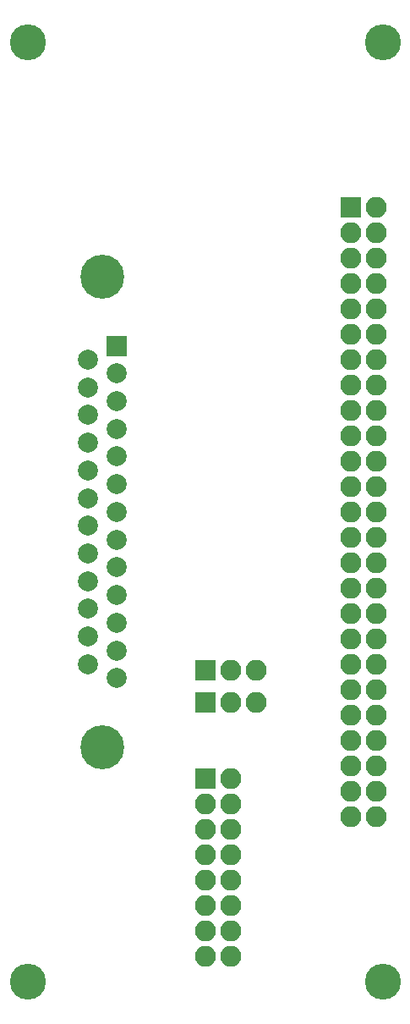
<source format=gbs>
G04 #@! TF.GenerationSoftware,KiCad,Pcbnew,(2017-12-02 revision 3109343b9)-master*
G04 #@! TF.CreationDate,2017-12-03T22:01:14+01:00*
G04 #@! TF.ProjectId,TC215_HDDB_Adapter_v2,54433231355F484444425F4164617074,rev?*
G04 #@! TF.SameCoordinates,Original*
G04 #@! TF.FileFunction,Soldermask,Bot*
G04 #@! TF.FilePolarity,Negative*
%FSLAX46Y46*%
G04 Gerber Fmt 4.6, Leading zero omitted, Abs format (unit mm)*
G04 Created by KiCad (PCBNEW (2017-12-02 revision 3109343b9)-master) date Sun Dec  3 22:01:14 2017*
%MOMM*%
%LPD*%
G01*
G04 APERTURE LIST*
%ADD10C,3.600000*%
%ADD11R,2.100000X2.100000*%
%ADD12O,2.100000X2.100000*%
%ADD13R,2.000000X2.000000*%
%ADD14C,2.000000*%
%ADD15C,4.400000*%
G04 APERTURE END LIST*
D10*
X114286500Y-162532500D03*
X114286500Y-68552500D03*
D11*
X111125000Y-85050000D03*
D12*
X113665000Y-85050000D03*
X111125000Y-87590000D03*
X113665000Y-87590000D03*
X111125000Y-90130000D03*
X113665000Y-90130000D03*
X111125000Y-92670000D03*
X113665000Y-92670000D03*
X111125000Y-95210000D03*
X113665000Y-95210000D03*
X111125000Y-97750000D03*
X113665000Y-97750000D03*
X111125000Y-100290000D03*
X113665000Y-100290000D03*
X111125000Y-102830000D03*
X113665000Y-102830000D03*
X111125000Y-105370000D03*
X113665000Y-105370000D03*
X111125000Y-107910000D03*
X113665000Y-107910000D03*
X111125000Y-110450000D03*
X113665000Y-110450000D03*
X111125000Y-112990000D03*
X113665000Y-112990000D03*
X111125000Y-115530000D03*
X113665000Y-115530000D03*
X111125000Y-118070000D03*
X113665000Y-118070000D03*
X111125000Y-120610000D03*
X113665000Y-120610000D03*
X111125000Y-123150000D03*
X113665000Y-123150000D03*
X111125000Y-125690000D03*
X113665000Y-125690000D03*
X111125000Y-128230000D03*
X113665000Y-128230000D03*
X111125000Y-130770000D03*
X113665000Y-130770000D03*
X111125000Y-133310000D03*
X113665000Y-133310000D03*
X111125000Y-135850000D03*
X113665000Y-135850000D03*
X111125000Y-138390000D03*
X113665000Y-138390000D03*
X111125000Y-140930000D03*
X113665000Y-140930000D03*
X111125000Y-143470000D03*
X113665000Y-143470000D03*
X111125000Y-146010000D03*
X113665000Y-146010000D03*
D10*
X78726500Y-68552500D03*
X78726500Y-162532500D03*
D11*
X96533500Y-131392500D03*
D12*
X99073500Y-131392500D03*
X101613500Y-131392500D03*
D11*
X96506500Y-142212500D03*
D12*
X99046500Y-142212500D03*
X96506500Y-144752500D03*
X99046500Y-144752500D03*
X96506500Y-147292500D03*
X99046500Y-147292500D03*
X96506500Y-149832500D03*
X99046500Y-149832500D03*
X96506500Y-152372500D03*
X99046500Y-152372500D03*
X96506500Y-154912500D03*
X99046500Y-154912500D03*
X96506500Y-157452500D03*
X99046500Y-157452500D03*
X96506500Y-159992500D03*
X99046500Y-159992500D03*
D11*
X96533500Y-134567500D03*
D12*
X99073500Y-134567500D03*
X101613500Y-134567500D03*
D13*
X87616500Y-98922500D03*
D14*
X87616500Y-101692500D03*
X87616500Y-104462500D03*
X87616500Y-107232500D03*
X87616500Y-110002500D03*
X87616500Y-112772500D03*
X87616500Y-115542500D03*
X87616500Y-118312500D03*
X87616500Y-121082500D03*
X87616500Y-123852500D03*
X87616500Y-126622500D03*
X87616500Y-129392500D03*
X87616500Y-132162500D03*
X84776500Y-100307500D03*
X84776500Y-103077500D03*
X84776500Y-105847500D03*
X84776500Y-108617500D03*
X84776500Y-111387500D03*
X84776500Y-114157500D03*
X84776500Y-116927500D03*
X84776500Y-119697500D03*
X84776500Y-122467500D03*
X84776500Y-125237500D03*
X84776500Y-128007500D03*
X84776500Y-130777500D03*
D15*
X86196500Y-91992500D03*
X86196500Y-139092500D03*
M02*

</source>
